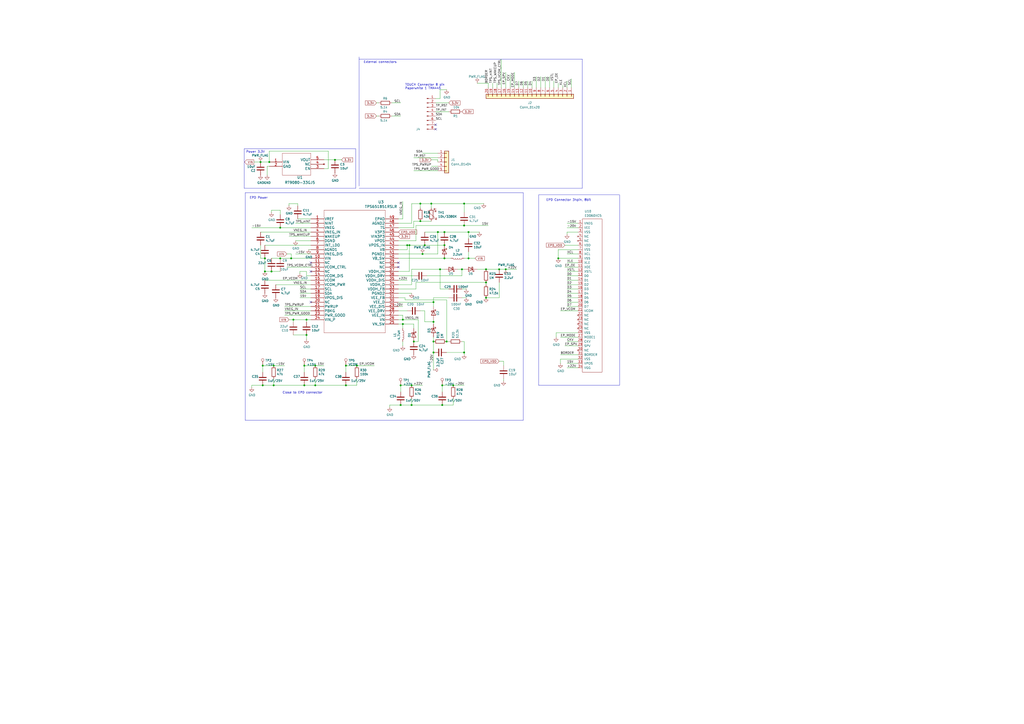
<source format=kicad_sch>
(kicad_sch (version 20231120) (generator "eeschema") (generator_version "8.0")
  (paper "A2")
  (title_block (title "epdiy") (date "2023-10-12") (rev "v7.0~dev") (comment 2 "Heavily inspired by epidy-v7-raw from Fasani Corporation") (comment 5 "Author: Clément N--G"))
  (junction (at 156.21 93.98))
  (junction (at 257.81 142.24))
  (junction (at 194.31 92.71))
  (junction (at 293.37 156.21))
  (junction (at 256.54 223.52))
  (junction (at 240.03 198.12))
  (junction (at 250.19 118.11))
  (junction (at 182.88 223.52))
  (junction (at 233.68 187.96))
  (junction (at 170.18 185.42))
  (junction (at 281.94 156.21))
  (junction (at 162.56 132.08))
  (junction (at 262.89 223.52))
  (junction (at 200.66 212.09))
  (junction (at 259.08 198.12))
  (junction (at 271.78 149.86))
  (junction (at 281.94 163.83))
  (junction (at 152.4 212.09))
  (junction (at 323.85 149.86))
  (junction (at 151.13 93.98))
  (junction (at 182.88 212.09))
  (junction (at 162.56 149.86))
  (junction (at 157.48 157.48))
  (junction (at 251.46 204.47))
  (junction (at 271.78 134.62))
  (junction (at 267.97 156.21))
  (junction (at 289.56 156.21))
  (junction (at 158.75 223.52))
  (junction (at 251.46 175.26))
  (junction (at 243.84 118.11))
  (junction (at 269.24 118.11))
  (junction (at 245.11 147.32))
  (junction (at 256.54 234.95))
  (junction (at 207.01 212.09))
  (junction (at 254 134.62))
  (junction (at 251.46 186.69))
  (junction (at 257.81 134.62))
  (junction (at 152.4 223.52))
  (junction (at 177.8 194.31))
  (junction (at 236.22 142.24))
  (junction (at 238.76 234.95))
  (junction (at 251.46 198.12))
  (junction (at 232.41 223.52))
  (junction (at 176.53 223.52))
  (junction (at 177.8 185.42))
  (junction (at 269.24 204.47))
  (junction (at 238.76 223.52))
  (junction (at 281.94 172.72))
  (junction (at 257.81 149.86))
  (junction (at 269.24 130.81))
  (junction (at 232.41 234.95))
  (junction (at 233.68 185.42))
  (junction (at 200.66 223.52))
  (junction (at 168.91 149.86))
  (junction (at 153.67 157.48))
  (junction (at 153.67 149.86))
  (junction (at 176.53 212.09))
  (junction (at 243.84 128.27))
  (junction (at 237.49 142.24))
  (junction (at 246.38 142.24))
  (junction (at 158.75 212.09))
  (junction (at 255.27 156.21))
  (no_connect (at 231.14 152.4))
  (no_connect (at 252.73 72.39))
  (no_connect (at 180.34 152.4))
  (no_connect (at 180.34 157.48))
  (no_connect (at 231.14 154.94))
  (no_connect (at 180.34 175.26))
  (no_connect (at 252.73 74.93))
  (wire (pts (xy 227.33 67.31) (xy 232.41 67.31)))
  (wire (pts (xy 180.34 144.78) (xy 179.07 144.78)))
  (wire (pts (xy 265.43 156.21) (xy 267.97 156.21)))
  (wire (pts (xy 328.93 46.99) (xy 328.93 50.8)))
  (wire (pts (xy 271.78 146.05) (xy 271.78 149.86)))
  (wire (pts (xy 269.24 223.52) (xy 262.89 223.52)))
  (wire (pts (xy 170.18 185.42) (xy 170.18 186.69)))
  (wire (pts (xy 238.76 165.1) (xy 231.14 165.1)))
  (wire (pts (xy 285.75 48.26) (xy 285.75 50.8)))
  (wire (pts (xy 180.34 132.08) (xy 162.56 132.08)))
  (wire (pts (xy 233.68 187.96) (xy 233.68 190.5)))
  (wire (pts (xy 176.53 223.52) (xy 158.75 223.52)))
  (wire (pts (xy 180.34 170.18) (xy 173.99 170.18)))
  (wire (pts (xy 251.46 204.47) (xy 251.46 214.63)))
  (wire (pts (xy 269.24 204.47) (xy 269.24 205.74)))
  (wire (pts (xy 233.68 127) (xy 231.14 127)))
  (wire (pts (xy 166.37 147.32) (xy 168.91 147.32)))
  (wire (pts (xy 323.85 48.26) (xy 323.85 50.8)))
  (wire (pts (xy 231.14 149.86) (xy 257.81 149.86)))
  (wire (pts (xy 158.75 212.09) (xy 165.1 212.09)))
  (wire (pts (xy 182.88 219.71) (xy 182.88 223.52)))
  (wire (pts (xy 323.85 144.78) (xy 335.28 144.78)))
  (wire (pts (xy 176.53 215.9) (xy 176.53 212.09)))
  (wire (pts (xy 240.03 198.12) (xy 242.57 198.12)))
  (wire (pts (xy 160.02 165.1) (xy 180.34 165.1)))
  (wire (pts (xy 251.46 186.69) (xy 251.46 187.96)))
  (wire (pts (xy 240.03 99.06) (xy 254 99.06)))
  (wire (pts (xy 156.21 96.52) (xy 154.94 96.52)))
  (wire (pts (xy 154.94 96.52) (xy 154.94 101.6)))
  (wire (pts (xy 241.3 130.81) (xy 269.24 130.81)))
  (wire (pts (xy 335.28 193.04) (xy 322.58 193.04)))
  (wire (pts (xy 153.67 142.24) (xy 180.34 142.24)))
  (wire (pts (xy 162.56 149.86) (xy 157.48 149.86)))
  (wire (pts (xy 271.78 138.43) (xy 271.78 134.62)))
  (wire (pts (xy 293.37 41.91) (xy 293.37 50.8)))
  (wire (pts (xy 234.95 172.72) (xy 231.14 172.72)))
  (wire (pts (xy 231.14 160.02) (xy 240.03 160.02)))
  (wire (pts (xy 259.08 173.99) (xy 234.95 173.99)))
  (wire (pts (xy 231.14 144.78) (xy 236.22 144.78)))
  (wire (pts (xy 267.97 156.21) (xy 269.24 156.21)))
  (wire (pts (xy 271.78 149.86) (xy 275.59 149.86)))
  (wire (pts (xy 168.91 147.32) (xy 168.91 149.86)))
  (wire (pts (xy 172.72 118.11) (xy 167.64 118.11)))
  (wire (pts (xy 245.11 147.32) (xy 254 147.32)))
  (wire (pts (xy 231.14 139.7) (xy 241.3 139.7)))
  (wire (pts (xy 218.44 67.31) (xy 219.71 67.31)))
  (wire (pts (xy 256.54 234.95) (xy 262.89 234.95)))
  (wire (pts (xy 157.48 121.92) (xy 157.48 123.19)))
  (wire (pts (xy 217.17 212.09) (xy 207.01 212.09)))
  (wire (pts (xy 238.76 231.14) (xy 238.76 234.95)))
  (wire (pts (xy 173.99 157.48) (xy 173.99 158.75)))
  (wire (pts (xy 238.76 156.21) (xy 238.76 165.1)))
  (wire (pts (xy 260.35 59.69) (xy 252.73 59.69)))
  (wire (pts (xy 170.18 185.42) (xy 177.8 185.42)))
  (wire (pts (xy 250.19 92.71) (xy 254 92.71)))
  (wire (pts (xy 292.1 209.55) (xy 292.1 212.09)))
  (wire (pts (xy 240.03 91.44) (xy 254 91.44)))
  (wire (pts (xy 207.01 219.71) (xy 207.01 223.52)))
  (wire (pts (xy 207.01 223.52) (xy 200.66 223.52)))
  (wire (pts (xy 257.81 134.62) (xy 271.78 134.62)))
  (wire (pts (xy 152.4 212.09) (xy 158.75 212.09)))
  (wire (pts (xy 252.73 64.77) (xy 260.35 64.77)))
  (wire (pts (xy 292.1 220.98) (xy 292.1 219.71)))
  (wire (pts (xy 328.93 213.36) (xy 335.28 213.36)))
  (wire (pts (xy 233.68 182.88) (xy 231.14 182.88)))
  (wire (pts (xy 233.68 127) (xy 233.68 116.84)))
  (wire (pts (xy 331.47 45.72) (xy 331.47 50.8)))
  (wire (pts (xy 237.49 142.24) (xy 246.38 142.24)))
  (polyline (pts (xy 208.28 109.22) (xy 337.82 109.22)))
  (wire (pts (xy 251.46 195.58) (xy 251.46 198.12)))
  (wire (pts (xy 162.56 149.86) (xy 168.91 149.86)))
  (wire (pts (xy 240.03 132.08) (xy 240.03 128.27)))
  (wire (pts (xy 240.03 187.96) (xy 240.03 190.5)))
  (polyline (pts (xy 141.605 109.22) (xy 206.375 109.22)))
  (polyline (pts (xy 337.82 109.22) (xy 337.82 34.29)))
  (wire (pts (xy 238.76 118.11) (xy 243.84 118.11)))
  (wire (pts (xy 276.86 48.26) (xy 283.21 48.26)))
  (wire (pts (xy 289.56 172.72) (xy 289.56 163.83)))
  (wire (pts (xy 232.41 227.33) (xy 232.41 223.52)))
  (wire (pts (xy 328.93 152.4) (xy 335.28 152.4)))
  (wire (pts (xy 311.15 44.45) (xy 311.15 50.8)))
  (wire (pts (xy 177.8 157.48) (xy 173.99 157.48)))
  (wire (pts (xy 227.33 59.69) (xy 232.41 59.69)))
  (wire (pts (xy 326.39 49.53) (xy 326.39 50.8)))
  (wire (pts (xy 190.5 97.79) (xy 190.5 87.63)))
  (wire (pts (xy 171.45 129.54) (xy 180.34 129.54)))
  (wire (pts (xy 238.76 223.52) (xy 245.11 223.52)))
  (wire (pts (xy 290.83 34.29) (xy 290.83 50.8)))
  (wire (pts (xy 162.56 124.46) (xy 162.56 121.92)))
  (wire (pts (xy 243.84 180.34) (xy 246.38 180.34)))
  (wire (pts (xy 231.14 177.8) (xy 233.68 177.8)))
  (wire (pts (xy 151.13 134.62) (xy 180.34 134.62)))
  (wire (pts (xy 245.11 88.9) (xy 254 88.9)))
  (wire (pts (xy 238.76 170.18) (xy 231.14 170.18)))
  (wire (pts (xy 283.21 48.26) (xy 283.21 50.8)))
  (wire (pts (xy 190.5 87.63) (xy 156.21 87.63)))
  (wire (pts (xy 236.22 180.34) (xy 231.14 180.34)))
  (wire (pts (xy 327.66 142.24) (xy 335.28 142.24)))
  (wire (pts (xy 328.93 157.48) (xy 335.28 157.48)))
  (wire (pts (xy 158.75 219.71) (xy 158.75 223.52)))
  (wire (pts (xy 325.12 195.58) (xy 335.28 195.58)))
  (polyline (pts (xy 142.24 243.84) (xy 303.53 243.84)))
  (wire (pts (xy 162.56 157.48) (xy 157.48 157.48)))
  (wire (pts (xy 335.28 208.28) (xy 325.12 208.28)))
  (wire (pts (xy 146.05 132.08) (xy 162.56 132.08)))
  (wire (pts (xy 281.94 172.72) (xy 289.56 172.72)))
  (wire (pts (xy 250.19 118.11) (xy 269.24 118.11)))
  (wire (pts (xy 146.05 223.52) (xy 146.05 224.79)))
  (wire (pts (xy 157.48 157.48) (xy 153.67 157.48)))
  (wire (pts (xy 328.93 162.56) (xy 335.28 162.56)))
  (wire (pts (xy 187.96 97.79) (xy 190.5 97.79)))
  (wire (pts (xy 259.08 198.12) (xy 260.35 198.12)))
  (wire (pts (xy 328.93 165.1) (xy 335.28 165.1)))
  (wire (pts (xy 328.93 147.32) (xy 335.28 147.32)))
  (polyline (pts (xy 208.28 34.29) (xy 337.82 34.29)))
  (wire (pts (xy 251.46 198.12) (xy 251.46 204.47)))
  (wire (pts (xy 180.34 139.7) (xy 171.45 139.7)))
  (wire (pts (xy 165.1 177.8) (xy 180.34 177.8)))
  (wire (pts (xy 306.07 50.8) (xy 306.07 46.99)))
  (wire (pts (xy 269.24 118.11) (xy 280.67 118.11)))
  (wire (pts (xy 231.14 142.24) (xy 236.22 142.24)))
  (wire (pts (xy 226.06 234.95) (xy 226.06 236.22)))
  (polyline (pts (xy 142.24 111.76) (xy 303.53 111.76)))
  (wire (pts (xy 313.69 44.45) (xy 313.69 50.8)))
  (wire (pts (xy 152.4 223.52) (xy 146.05 223.52)))
  (wire (pts (xy 269.24 149.86) (xy 271.78 149.86)))
  (wire (pts (xy 325.12 205.74) (xy 335.28 205.74)))
  (wire (pts (xy 251.46 175.26) (xy 251.46 172.72)))
  (wire (pts (xy 151.13 149.86) (xy 153.67 149.86)))
  (wire (pts (xy 233.68 187.96) (xy 240.03 187.96)))
  (wire (pts (xy 256.54 223.52) (xy 262.89 223.52)))
  (wire (pts (xy 165.1 180.34) (xy 180.34 180.34)))
  (wire (pts (xy 308.61 50.8) (xy 308.61 46.99)))
  (wire (pts (xy 281.94 163.83) (xy 281.94 165.1)))
  (wire (pts (xy 231.14 167.64) (xy 241.3 167.64)))
  (wire (pts (xy 254 134.62) (xy 257.81 134.62)))
  (wire (pts (xy 241.3 167.64) (xy 241.3 163.83)))
  (polyline (pts (xy 142.24 111.76) (xy 142.24 243.84)))
  (wire (pts (xy 242.57 198.12) (xy 242.57 185.42)))
  (wire (pts (xy 151.13 93.98) (xy 156.21 93.98)))
  (wire (pts (xy 234.95 173.99) (xy 234.95 172.72)))
  (wire (pts (xy 321.31 46.99) (xy 321.31 50.8)))
  (wire (pts (xy 328.93 177.8) (xy 335.28 177.8)))
  (wire (pts (xy 254 92.71) (xy 254 93.98)))
  (wire (pts (xy 289.56 156.21) (xy 293.37 156.21)))
  (polyline (pts (xy 303.53 243.84) (xy 303.53 111.76)))
  (wire (pts (xy 328.93 160.02) (xy 335.28 160.02)))
  (wire (pts (xy 281.94 156.21) (xy 289.56 156.21)))
  (wire (pts (xy 262.89 234.95) (xy 262.89 231.14)))
  (wire (pts (xy 180.34 154.94) (xy 166.37 154.94)))
  (polyline (pts (xy 208.28 33.02) (xy 208.28 107.95)))
  (wire (pts (xy 167.64 118.11) (xy 167.64 119.38)))
  (wire (pts (xy 267.97 160.02) (xy 267.97 156.21)))
  (wire (pts (xy 194.31 92.71) (xy 198.12 92.71)))
  (wire (pts (xy 238.76 156.21) (xy 255.27 156.21)))
  (wire (pts (xy 250.19 120.65) (xy 250.19 118.11)))
  (wire (pts (xy 254 147.32) (xy 254 134.62)))
  (wire (pts (xy 241.3 130.81) (xy 241.3 139.7)))
  (wire (pts (xy 233.68 200.66) (xy 233.68 198.12)))
  (wire (pts (xy 176.53 212.09) (xy 182.88 212.09)))
  (wire (pts (xy 168.91 149.86) (xy 180.34 149.86)))
  (wire (pts (xy 243.84 118.11) (xy 250.19 118.11)))
  (wire (pts (xy 251.46 175.26) (xy 251.46 177.8)))
  (wire (pts (xy 231.14 175.26) (xy 251.46 175.26)))
  (wire (pts (xy 267.97 172.72) (xy 270.51 172.72)))
  (wire (pts (xy 180.34 137.16) (xy 167.64 137.16)))
  (wire (pts (xy 251.46 185.42) (xy 251.46 186.69)))
  (wire (pts (xy 255.27 52.07) (xy 259.08 52.07)))
  (wire (pts (xy 237.49 157.48) (xy 231.14 157.48)))
  (wire (pts (xy 200.66 223.52) (xy 182.88 223.52)))
  (wire (pts (xy 293.37 156.21) (xy 299.72 156.21)))
  (wire (pts (xy 232.41 223.52) (xy 238.76 223.52)))
  (wire (pts (xy 298.45 41.91) (xy 298.45 50.8)))
  (wire (pts (xy 323.85 149.86) (xy 335.28 149.86)))
  (wire (pts (xy 236.22 142.24) (xy 237.49 142.24)))
  (wire (pts (xy 335.28 129.54) (xy 328.93 129.54)))
  (wire (pts (xy 241.3 163.83) (xy 281.94 163.83)))
  (wire (pts (xy 276.86 156.21) (xy 281.94 156.21)))
  (wire (pts (xy 173.99 167.64) (xy 180.34 167.64)))
  (wire (pts (xy 267.97 167.64) (xy 270.51 167.64)))
  (wire (pts (xy 246.38 186.69) (xy 251.46 186.69)))
  (wire (pts (xy 153.67 157.48) (xy 153.67 149.86)))
  (wire (pts (xy 243.84 128.27) (xy 250.19 128.27)))
  (wire (pts (xy 295.91 43.18) (xy 295.91 50.8)))
  (wire (pts (xy 218.44 59.69) (xy 219.71 59.69)))
  (wire (pts (xy 151.13 142.24) (xy 151.13 149.86)))
  (wire (pts (xy 259.08 198.12) (xy 259.08 173.99)))
  (wire (pts (xy 322.58 193.04) (xy 322.58 195.58)))
  (wire (pts (xy 177.8 196.85) (xy 177.8 194.31)))
  (wire (pts (xy 328.93 175.26) (xy 335.28 175.26)))
  (wire (pts (xy 246.38 142.24) (xy 257.81 142.24)))
  (wire (pts (xy 233.68 185.42) (xy 233.68 182.88)))
  (wire (pts (xy 335.28 134.62) (xy 328.93 134.62)))
  (wire (pts (xy 300.99 50.8) (xy 300.99 46.99)))
  (wire (pts (xy 156.21 87.63) (xy 156.21 93.98)))
  (wire (pts (xy 187.96 92.71) (xy 194.31 92.71)))
  (wire (pts (xy 180.34 127) (xy 172.72 127)))
  (wire (pts (xy 255.27 167.64) (xy 260.35 167.64)))
  (wire (pts (xy 243.84 120.65) (xy 243.84 118.11)))
  (wire (pts (xy 271.78 134.62) (xy 278.13 134.62)))
  (wire (pts (xy 233.68 185.42) (xy 231.14 185.42)))
  (wire (pts (xy 251.46 172.72) (xy 260.35 172.72)))
  (wire (pts (xy 254 134.62) (xy 246.38 134.62)))
  (wire (pts (xy 177.8 185.42) (xy 177.8 186.69)))
  (wire (pts (xy 153.67 162.56) (xy 180.34 162.56)))
  (wire (pts (xy 147.32 93.98) (xy 151.13 93.98)))
  (wire (pts (xy 288.29 48.26) (xy 288.29 50.8)))
  (wire (pts (xy 250.19 96.52) (xy 254 96.52)))
  (wire (pts (xy 316.23 44.45) (xy 316.23 50.8)))
  (wire (pts (xy 325.12 208.28) (xy 325.12 210.82)))
  (wire (pts (xy 327.66 154.94) (xy 335.28 154.94)))
  (wire (pts (xy 238.76 234.95) (xy 256.54 234.95)))
  (wire (pts (xy 328.93 198.12) (xy 335.28 198.12)))
  (wire (pts (xy 328.93 167.64) (xy 335.28 167.64)))
  (wire (pts (xy 152.4 215.9) (xy 152.4 212.09)))
  (wire (pts (xy 182.88 212.09) (xy 187.96 212.09)))
  (wire (pts (xy 255.27 156.21) (xy 257.81 156.21)))
  (wire (pts (xy 318.77 44.45) (xy 318.77 50.8)))
  (wire (pts (xy 167.64 185.42) (xy 170.18 185.42)))
  (wire (pts (xy 232.41 234.95) (xy 226.06 234.95)))
  (wire (pts (xy 180.34 172.72) (xy 173.99 172.72)))
  (wire (pts (xy 172.72 119.38) (xy 172.72 118.11)))
  (wire (pts (xy 165.1 182.88) (xy 180.34 182.88)))
  (wire (pts (xy 289.56 209.55) (xy 292.1 209.55)))
  (wire (pts (xy 231.14 129.54) (xy 238.76 129.54)))
  (polyline (pts (xy 141.605 86.36) (xy 206.375 86.36)))
  (wire (pts (xy 267.97 198.12) (xy 269.24 198.12)))
  (wire (pts (xy 246.38 180.34) (xy 246.38 186.69)))
  (wire (pts (xy 252.73 57.15) (xy 255.27 57.15)))
  (wire (pts (xy 158.75 223.52) (xy 152.4 223.52)))
  (wire (pts (xy 231.14 132.08) (xy 240.03 132.08)))
  (wire (pts (xy 328.93 172.72) (xy 335.28 172.72)))
  (wire (pts (xy 255.27 57.15) (xy 255.27 52.07)))
  (wire (pts (xy 242.57 185.42) (xy 233.68 185.42)))
  (wire (pts (xy 303.53 50.8) (xy 303.53 46.99)))
  (wire (pts (xy 162.56 121.92) (xy 157.48 121.92)))
  (wire (pts (xy 180.34 185.42) (xy 177.8 185.42)))
  (wire (pts (xy 240.03 128.27) (xy 243.84 128.27)))
  (polyline (pts (xy 141.605 109.22) (xy 141.605 86.36)))
  (wire (pts (xy 256.54 227.33) (xy 256.54 223.52)))
  (wire (pts (xy 257.81 149.86) (xy 261.62 149.86)))
  (wire (pts (xy 180.34 147.32) (xy 171.45 147.32)))
  (wire (pts (xy 328.93 134.62) (xy 328.93 135.89)))
  (wire (pts (xy 328.93 170.18) (xy 335.28 170.18)))
  (wire (pts (xy 269.24 123.19) (xy 269.24 118.11)))
  (wire (pts (xy 207.01 212.09) (xy 200.66 212.09)))
  (wire (pts (xy 236.22 162.56) (xy 231.14 162.56)))
  (wire (pts (xy 255.27 156.21) (xy 255.27 167.64)))
  (wire (pts (xy 236.22 144.78) (xy 236.22 142.24)))
  (wire (pts (xy 180.34 160.02) (xy 177.8 160.02)))
  (wire (pts (xy 177.8 160.02) (xy 177.8 157.48)))
  (wire (pts (xy 232.41 234.95) (xy 238.76 234.95)))
  (wire (pts (xy 259.08 204.47) (xy 269.24 204.47)))
  (wire (pts (xy 237.49 142.24) (xy 237.49 157.48)))
  (wire (pts (xy 170.18 194.31) (xy 177.8 194.31)))
  (polyline (pts (xy 206.375 109.22) (xy 206.375 86.36)))
  (wire (pts (xy 247.65 160.02) (xy 267.97 160.02)))
  (wire (pts (xy 231.14 147.32) (xy 245.11 147.32)))
  (wire (pts (xy 269.24 130.81) (xy 283.21 130.81)))
  (wire (pts (xy 269.24 198.12) (xy 269.24 204.47)))
  (wire (pts (xy 328.93 132.08) (xy 335.28 132.08)))
  (wire (pts (xy 323.85 149.86) (xy 323.85 144.78)))
  (wire (pts (xy 325.12 180.34) (xy 335.28 180.34)))
  (wire (pts (xy 231.14 187.96) (xy 233.68 187.96)))
  (wire (pts (xy 328.93 210.82) (xy 335.28 210.82)))
  (wire (pts (xy 238.76 129.54) (xy 238.76 118.11)))
  (wire (pts (xy 327.66 200.66) (xy 335.28 200.66)))
  (wire (pts (xy 200.66 212.09) (xy 200.66 215.9)))
  (wire (pts (xy 182.88 223.52) (xy 176.53 223.52)))
  (rectangle (start 312.42 113.03) (end 359.41 223.52))
  (text "EPD Power" (at 144.78 115.57 0) (effects (font (size 1.27 1.27)) (justify left bottom)))
  (text "External connectors" (at 210.82 36.83 0) (effects (font (size 1.27 1.27)) (justify left bottom)))
  (text "Power 3.3V" (at 142.748 88.9 0) (effects (font (size 1.27 1.27)) (justify left bottom)))
  (text "EPD Connector 34pin, 8bit" (at 316.865 116.84 0) (effects (font (size 1.27 1.27)) (justify left bottom)))
  (text "TOUCH Connector 8 pin\nPaperwhite 1 TMA445" (at 234.95 52.07 0) (effects (font (size 1.27 1.27)) (justify left bottom)))
  (text "Close to EPD connector" (at 163.83 228.6 0) (effects (font (size 1.27 1.27)) (justify left bottom)))
  (label "D0" (at 318.77 44.45 270))
  (label "TPS_PWRUP" (at 250.19 96.52 180))
  (label "TPS_nINT" (at 171.45 129.54 0))
  (label "BORDER" (at 283.21 48.26 90))
  (label "D6" (at 328.93 175.26 0))
  (label "EP_MODE" (at 325.12 195.58 0))
  (label "SDA" (at 245.11 88.9 180))
  (label "D5" (at 328.93 172.72 0))
  (label "VNEG_IN" (at 233.68 116.84 270))
  (label "D7" (at 300.99 46.99 270))
  (label "D3" (at 328.93 167.64 0))
  (label "15V" (at 173.99 172.72 0))
  (label "BORDER" (at 325.12 205.74 0))
  (label "TPS_VCOM_CTRL" (at 166.37 154.94 0))
  (label "EP_OE" (at 323.85 48.26 90))
  (label "SCL" (at 331.47 45.72 270))
  (label "D4" (at 328.93 170.18 0))
  (label "SDA" (at 173.99 170.18 0))
  (label "15V" (at 283.21 130.81 180))
  (label "EP_OE" (at 327.66 154.94 0))
  (label "+22V" (at 245.11 223.52 180))
  (label "TPS_PWRUP" (at 165.1 177.8 0))
  (label "SCL" (at 173.99 167.64 0))
  (label "EP_MODE" (at 298.45 41.91 270))
  (label "SCL" (at 252.73 69.85 0))
  (label "+22V" (at 299.72 156.21 180))
  (label "XCL" (at 328.93 46.99 270))
  (label "D4" (at 308.61 46.99 270))
  (label "15V" (at 187.96 212.09 180))
  (label "-20V" (at 269.24 223.52 180))
  (label "D3" (at 311.15 44.45 270))
  (label "D1" (at 316.23 44.45 270))
  (label "VNEG_IN" (at 170.18 134.62 0))
  (label "EP_SPV" (at 293.37 41.91 270))
  (label "SCL" (at 232.41 59.69 180))
  (label "-15V" (at 171.45 147.32 0))
  (label "TP_RST" (at 252.73 62.23 0))
  (label "SDA" (at 232.41 67.31 180))
  (label "D5" (at 306.07 46.99 270))
  (label "TPS_WAKEUP" (at 167.64 137.16 0))
  (label "-20V" (at 233.68 177.8 180))
  (label "EP_VCOM" (at 172.72 162.56 180))
  (label "D2" (at 313.69 44.45 270))
  (label "XSTL" (at 321.31 46.99 90))
  (label "+22V" (at 328.93 213.36 0))
  (label "VNEG_IN" (at 165.1 180.34 0))
  (label "XCL" (at 328.93 147.32 0))
  (label "D7" (at 328.93 177.8 0))
  (label "-20V" (at 251.46 210.82 90))
  (label "VNEG_IN" (at 234.95 185.42 0))
  (label "TPS_WAKEUP" (at 288.29 48.26 90))
  (label "CKV" (at 295.91 43.18 270))
  (label "XLE" (at 328.93 152.4 0))
  (label "D2" (at 328.93 165.1 0))
  (label "TPS_nINT" (at 285.75 48.26 90))
  (label "D1" (at 328.93 162.56 0))
  (label "D0" (at 328.93 160.02 0))
  (label "+22V" (at 236.22 162.56 180))
  (label "-15V" (at 328.93 129.54 0))
  (label "-20V" (at 328.93 132.08 0))
  (label "EP_VCOM" (at 217.17 212.09 180))
  (label "-15V" (at 146.05 132.08 0))
  (label "XSTL" (at 328.93 157.48 0))
  (label "TPS_VCOM_CTRL" (at 290.83 34.29 270))
  (label "TPS_PWR_GOOD" (at 165.1 182.88 0))
  (label "EP_VCOM" (at 325.12 180.34 0))
  (label "TP_INT" (at 252.73 64.77 0))
  (label "15V" (at 328.93 210.82 0))
  (label "VNEG_IN" (at 170.18 165.1 0))
  (label "-15V" (at 165.1 212.09 180))
  (label "TP_RST" (at 240.03 91.44 0))
  (label "D6" (at 303.53 46.99 270))
  (label "TPS_PWR_GOOD" (at 240.03 99.06 0))
  (label "EP_SPV" (at 327.66 200.66 0))
  (label "XLE" (at 326.39 49.53 90))
  (label "SDA" (at 252.73 67.31 0))
  (label "CKV" (at 328.93 198.12 0))
  (global_label "EPD_VDD" (shape input) (at 289.56 209.55 180) (property "Intersheetrefs" "${INTERSHEET_REFS}" (effects (hide yes))) (property "Referenzen zwischen Schaltplänen" "${INTERSHEET_REFS}" (effects (hide yes))))
  (global_label "VIN" (shape input) (at 275.59 149.86 0) (property "Intersheetrefs" "${INTERSHEET_REFS}" (effects (hide yes))) (property "Referenzen zwischen Schaltplänen" "${INTERSHEET_REFS}" (effects (hide yes))))
  (global_label "VIN" (shape input) (at 166.37 147.32 180) (property "Intersheetrefs" "${INTERSHEET_REFS}" (effects (hide yes))) (property "Referenzen zwischen Schaltplänen" "${INTERSHEET_REFS}" (effects (hide yes))))
  (global_label "EPD_VDD" (shape input) (at 231.14 134.62 0) (property "Intersheetrefs" "${INTERSHEET_REFS}" (effects (hide yes))) (property "Referenzen zwischen Schaltplänen" "${INTERSHEET_REFS}" (effects (hide yes))))
  (global_label "3.3V" (shape input) (at 231.14 137.16 0) (property "Intersheetrefs" "${INTERSHEET_REFS}" (effects (hide yes))) (property "Referenzen zwischen Schaltplänen" "${INTERSHEET_REFS}" (effects (hide yes))))
  (global_label "3.3V" (shape input) (at 218.44 59.69 180) (property "Intersheetrefs" "${INTERSHEET_REFS}" (effects (hide yes))) (property "Referenzen zwischen Schaltplänen" "${INTERSHEET_REFS}" (effects (hide yes))))
  (global_label "VIN" (shape output) (at 147.32 93.98 180) (property "Intersheetrefs" "${INTERSHEET_REFS}" (effects (hide yes))) (property "Referenzen zwischen Schaltplänen" "${INTERSHEET_REFS}" (effects (hide yes))))
  (global_label "3.3V" (shape input) (at 267.97 64.77 0) (property "Intersheetrefs" "${INTERSHEET_REFS}" (effects (hide yes))) (property "Referenzen zwischen Schaltplänen" "${INTERSHEET_REFS}" (effects (hide yes))))
  (global_label "VIN" (shape input) (at 167.64 185.42 180) (property "Intersheetrefs" "${INTERSHEET_REFS}" (effects (hide yes))) (property "Referenzen zwischen Schaltplänen" "${INTERSHEET_REFS}" (effects (hide yes))))
  (global_label "3.3V" (shape input) (at 198.12 92.71 0) (property "Intersheetrefs" "${INTERSHEET_REFS}" (effects (hide yes))) (property "Referenzen zwischen Schaltplänen" "${INTERSHEET_REFS}" (effects (hide yes))))
  (global_label "3.3V" (shape input) (at 218.44 67.31 180) (property "Intersheetrefs" "${INTERSHEET_REFS}" (effects (hide yes))) (property "Referenzen zwischen Schaltplänen" "${INTERSHEET_REFS}" (effects (hide yes))))
  (global_label "EPD_VDD" (shape input) (at 327.66 142.24 180) (property "Intersheetrefs" "${INTERSHEET_REFS}" (effects (hide yes))) (property "Referenzen zwischen Schaltplänen" "${INTERSHEET_REFS}" (effects (hide yes))))
  (global_label "3.3V" (shape input) (at 260.35 59.69 0) (property "Intersheetrefs" "${INTERSHEET_REFS}" (effects (hide yes))) (property "Referenzen zwischen Schaltplänen" "${INTERSHEET_REFS}" (effects (hide yes))))
  (global_label "3.3V" (shape input) (at 250.19 92.71 180) (property "Intersheetrefs" "${INTERSHEET_REFS}" (effects (hide yes))) (property "Referenzen zwischen Schaltplänen" "${INTERSHEET_REFS}" (effects (hide yes))))
  (symbol (lib_id "Device:C") (at 151.13 97.79 0) (unit 1)
    (property "Reference" "C2" (at 148.209 98.9584 0) (effects (justify right)))
    (property "Value" "10uF" (at 148.209 96.647 0) (effects (justify right)))
    (property "Footprint" "Capacitor_SMD:C_0805_2012Metric" (effects (hide yes)))
    (property "LCSC" "C15850" (effects (hide yes)))
  )
  (symbol (lib_id "Device:C") (at 194.31 96.52 180) (unit 1)
    (property "Reference" "C3" (at 197.231 95.3516 0) (effects (justify right)))
    (property "Value" "10uF" (at 197.231 97.663 0) (effects (justify right)))
    (property "Footprint" "Capacitor_SMD:C_0805_2012Metric" (effects (hide yes)))
    (property "LCSC" "C15850" (effects (hide yes)))
  )
  (symbol (lib_id "epdiy:TPS651851RSLR") (at 180.34 127 0) (unit 1)
    (property "Reference" "U3" (at 220.98 117.1702 0) (effects (font (size 1.524 1.524))))
    (property "Value" "TPS651851RSLR" (at 220.98 119.8626 0) (effects (font (size 1.524 1.524))))
    (property "Footprint" "epaper-breakout:TPS651851RSLR" (effects (hide yes)))
    (property "LCSC" "C139292" (effects (hide yes)))
  )
  (symbol (lib_id "Device:L") (at 265.43 149.86 270) (unit 1)
    (property "Reference" "L2" (at 265.43 145.2626 90))
    (property "Value" "2.2uH" (at 265.43 147.574 90))
    (property "Footprint" "Inductor_SMD:L_Taiyo-Yuden_NR-40xx_HandSoldering" (effects (hide yes)))
    (property "LCSC" "C92959" (effects (hide yes)))
  )
  (symbol (lib_id "Diode:MBR0540") (at 257.81 146.05 270) (unit 1)
    (property "Reference" "D4" (at 261.62 143.51 90))
    (property "Value" "MBR0540" (effects (hide yes)))
    (property "Footprint" "Diode_SMD:D_SOD-123" (effects (hide yes)))
    (property "Datasheet" "http://www.mccsemi.com/up_pdf/MBR0520~MBR0580(SOD123).pdf" (effects (hide yes)))
    (property "LCSC" "C21353" (effects (hide yes)))
  )
  (symbol (lib_id "power:GND") (at 278.13 134.62 0) (unit 1)
    (property "Reference" "#PWR0101" (effects (hide yes)))
    (property "Value" "GND" (at 274.32 137.16 0))
    (property "Description" "Power symbol creates a global label with name \"GND\" , ground" (effects (hide yes)))
  )
  (symbol (lib_id "Device:C") (at 271.78 142.24 0) (unit 1)
    (property "Reference" "C32" (at 274.701 141.0716 0) (effects (justify left)))
    (property "Value" "10uF" (at 274.701 143.383 0) (effects (justify left)))
    (property "Footprint" "Capacitor_SMD:C_0805_2012Metric" (effects (hide yes)))
    (property "LCSC" "C15850" (effects (hide yes)))
  )
  (symbol (lib_id "Diode:MBR0540") (at 261.62 156.21 180) (unit 1)
    (property "Reference" "D5" (at 261.62 158.75 0))
    (property "Value" "MBR0540" (effects (hide yes)))
    (property "Footprint" "Diode_SMD:D_SOD-123" (effects (hide yes)))
    (property "Datasheet" "http://www.mccsemi.com/up_pdf/MBR0520~MBR0580(SOD123).pdf" (effects (hide yes)))
    (property "LCSC" "C21353" (effects (hide yes)))
  )
  (symbol (lib_id "Diode:MBR0540") (at 273.05 156.21 180) (unit 1)
    (property "Reference" "D6" (at 273.05 158.75 0))
    (property "Value" "MBR0540" (effects (hide yes)))
    (property "Footprint" "Diode_SMD:D_SOD-123" (effects (hide yes)))
    (property "Datasheet" "http://www.mccsemi.com/up_pdf/MBR0520~MBR0580(SOD123).pdf" (effects (hide yes)))
    (property "LCSC" "C21353" (effects (hide yes)))
  )
  (symbol (lib_id "Device:C") (at 264.16 167.64 270) (unit 1)
    (property "Reference" "C29" (at 261.62 166.37 90) (effects (justify right)))
    (property "Value" "100nF" (at 271.78 166.37 90) (effects (justify right)))
    (property "Footprint" "Capacitor_SMD:C_0805_2012Metric" (effects (hide yes)))
    (property "LCSC" "C49678" (effects (hide yes)))
  )
  (symbol (lib_id "Device:C") (at 243.84 160.02 270) (unit 1)
    (property "Reference" "C25" (at 242.57 162.56 90) (effects (justify right)))
    (property "Value" "10nF" (at 248.92 162.56 90) (effects (justify right)))
    (property "Footprint" "Capacitor_SMD:C_0805_2012Metric" (effects (hide yes)))
    (property "LCSC" "C1710" (effects (hide yes)))
  )
  (symbol (lib_id "Device:R") (at 281.94 168.91 0) (unit 1)
    (property "Reference" "R24" (at 283.718 167.7416 0) (effects (justify left)))
    (property "Value" "47.5k" (at 283.718 170.053 0) (effects (justify left)))
    (property "Footprint" "Resistor_SMD:R_0603_1608Metric" (effects (hide yes)))
    (property "LCSC" "C25819" (effects (hide yes)))
  )
  (symbol (lib_id "Device:R") (at 281.94 160.02 0) (unit 1)
    (property "Reference" "R23" (at 283.718 158.8516 0) (effects (justify left)))
    (property "Value" "1M" (at 283.718 161.163 0) (effects (justify left)))
    (property "Footprint" "Resistor_SMD:R_0603_1608Metric" (effects (hide yes)))
    (property "LCSC" "C22935" (effects (hide yes)))
  )
  (symbol (lib_id "Device:C") (at 257.81 138.43 0) (unit 1)
    (property "Reference" "C28" (at 260.731 137.2616 0) (effects (justify left)))
    (property "Value" "4.7uF" (at 260.731 139.573 0) (effects (justify left)))
    (property "Footprint" "Capacitor_SMD:C_0805_2012Metric" (effects (hide yes)))
    (property "LCSC" "C1779" (effects (hide yes)))
  )
  (symbol (lib_id "Connector:TestPoint") (at 232.41 223.52 0) (unit 1) (in_bom no)
    (property "Reference" "TP1" (at 233.8832 220.5228 0) (effects (justify left)))
    (property "Value" "+22V" (at 233.8832 222.8342 0) (effects (justify left)))
    (property "Footprint" "TestPoint:TestPoint_Pad_D2.5mm" (effects (hide yes)))
  )
  (symbol (lib_id "Connector:TestPoint") (at 256.54 223.52 0) (unit 1) (in_bom no)
    (property "Reference" "TP3" (at 258.0132 220.5228 0) (effects (justify left)))
    (property "Value" "-20V" (at 258.0132 222.8342 0) (effects (justify left)))
    (property "Footprint" "TestPoint:TestPoint_Pad_D2.5mm" (effects (hide yes)))
  )
  (symbol (lib_id "Device:C") (at 289.56 160.02 0) (unit 1)
    (property "Reference" "C33" (at 292.481 158.8516 0) (effects (justify left)))
    (property "Value" "2.2uF" (at 292.481 161.163 0) (effects (justify left)))
    (property "Footprint" "Capacitor_SMD:C_0805_2012Metric" (effects (hide yes)))
    (property "LCSC" "C49217" (effects (hide yes)))
  )
  (symbol (lib_id "Connector:TestPoint") (at 152.4 212.09 0) (unit 1) (in_bom no)
    (property "Reference" "TP2" (at 153.8732 209.0928 0) (effects (justify left)))
    (property "Value" "-15V" (at 153.8732 211.4042 0) (effects (justify left)))
    (property "Footprint" "TestPoint:TestPoint_Pad_D2.5mm" (effects (hide yes)))
  )
  (symbol (lib_id "Connector:TestPoint") (at 176.53 212.09 0) (unit 1) (in_bom no)
    (property "Reference" "TP4" (at 178.0032 209.0928 0) (effects (justify left)))
    (property "Value" "+15V" (at 178.0032 211.4042 0) (effects (justify left)))
    (property "Footprint" "TestPoint:TestPoint_Pad_D2.5mm" (effects (hide yes)))
  )
  (symbol (lib_id "Connector:TestPoint") (at 200.66 212.09 0) (unit 1) (in_bom no)
    (property "Reference" "TP5" (at 202.1332 209.0928 0) (effects (justify left)))
    (property "Value" "VCOM" (at 202.1332 211.4042 0) (effects (justify left)))
    (property "Footprint" "TestPoint:TestPoint_Pad_D2.5mm" (effects (hide yes)))
  )
  (symbol (lib_id "power:GND") (at 281.94 172.72 0) (unit 1)
    (property "Reference" "#PWR0102" (effects (hide yes)))
    (property "Value" "GND" (at 278.13 175.26 0))
    (property "Description" "Power symbol creates a global label with name \"GND\" , ground" (effects (hide yes)))
  )
  (symbol (lib_id "Device:C") (at 246.38 138.43 0) (unit 1)
    (property "Reference" "C26" (at 249.301 137.2616 0) (effects (justify left)))
    (property "Value" "4.7uF" (at 249.301 139.573 0) (effects (justify left)))
    (property "Footprint" "Capacitor_SMD:C_0805_2012Metric" (effects (hide yes)))
    (property "LCSC" "C1779" (effects (hide yes)))
  )
  (symbol (lib_id "Device:C") (at 269.24 127 0) (unit 1)
    (property "Reference" "C31" (at 272.161 125.8316 0) (effects (justify left)))
    (property "Value" "4.7uF" (at 272.161 128.143 0) (effects (justify left)))
    (property "Footprint" "Capacitor_SMD:C_0805_2012Metric" (effects (hide yes)))
    (property "LCSC" "C1779" (effects (hide yes)))
  )
  (symbol (lib_id "Device:Thermistor_NTC") (at 250.19 124.46 180) (unit 1)
    (property "Reference" "TH1" (at 254.0508 123.2916 0) (effects (justify right)))
    (property "Value" "10k/3380K" (at 254.0508 125.603 0) (effects (justify right)))
    (property "Footprint" "Resistor_SMD:R_0603_1608Metric" (effects (hide yes)))
    (property "LCSC" "C76589" (effects (hide yes)))
  )
  (symbol (lib_id "Device:R") (at 243.84 124.46 0) (unit 1)
    (property "Reference" "R18" (at 245.618 123.2916 0) (effects (justify left)))
    (property "Value" "43k" (at 245.618 125.603 0) (effects (justify left)))
    (property "Footprint" "Resistor_SMD:R_0603_1608Metric" (effects (hide yes)))
    (property "LCSC" "C23172" (effects (hide yes)))
  )
  (symbol (lib_id "power:GND") (at 280.67 118.11 0) (unit 1)
    (property "Reference" "#PWR0104" (effects (hide yes)))
    (property "Value" "GND" (at 276.86 120.65 0))
    (property "Description" "Power symbol creates a global label with name \"GND\" , ground" (effects (hide yes)))
  )
  (symbol (lib_id "Device:C") (at 162.56 153.67 0) (unit 1)
    (property "Reference" "C9" (at 163.83 151.13 0) (effects (justify left)))
    (property "Value" "10uF" (at 162.56 156.21 0) (effects (justify left)))
    (property "Footprint" "Capacitor_SMD:C_0805_2012Metric" (effects (hide yes)))
    (property "LCSC" "C15850" (effects (hide yes)))
  )
  (symbol (lib_id "Device:C") (at 153.67 166.37 180) (unit 1)
    (property "Reference" "C5" (at 150.749 167.5384 0) (effects (justify left)))
    (property "Value" "4.7uF" (at 150.749 165.227 0) (effects (justify left)))
    (property "Footprint" "Capacitor_SMD:C_0805_2012Metric" (effects (hide yes)))
    (property "LCSC" "C1779" (effects (hide yes)))
  )
  (symbol (lib_id "Device:C") (at 177.8 190.5 0) (unit 1)
    (property "Reference" "C12" (at 180.721 189.3316 0) (effects (justify left)))
    (property "Value" "10uF" (at 180.721 191.643 0) (effects (justify left)))
    (property "Footprint" "Capacitor_SMD:C_0805_2012Metric" (effects (hide yes)))
    (property "LCSC" "C15850" (effects (hide yes)))
  )
  (symbol (lib_id "Device:L") (at 233.68 194.31 0) (unit 1)
    (property "Reference" "L1" (at 229.0826 194.31 90))
    (property "Value" "4.7uH" (at 231.394 194.31 90))
    (property "Footprint" "Inductor_SMD:L_Taiyo-Yuden_NR-50xx_HandSoldering" (effects (hide yes)))
    (property "LCSC" "C222947" (effects (hide yes)))
  )
  (symbol (lib_id "power:GND") (at 233.68 200.66 0) (unit 1)
    (property "Reference" "#PWR0105" (effects (hide yes)))
    (property "Value" "GND" (at 229.87 203.2 0))
    (property "Description" "Power symbol creates a global label with name \"GND\" , ground" (effects (hide yes)))
  )
  (symbol (lib_id "Diode:MBR0540") (at 240.03 194.31 270) (unit 1)
    (property "Reference" "D1" (at 237.49 194.31 0))
    (property "Value" "MBR0540" (effects (hide yes)))
    (property "Footprint" "Diode_SMD:D_SOD-123" (effects (hide yes)))
    (property "Datasheet" "http://www.mccsemi.com/up_pdf/MBR0520~MBR0580(SOD123).pdf" (effects (hide yes)))
    (property "LCSC" "C21353" (effects (hide yes)))
  )
  (symbol (lib_id "Device:C") (at 240.03 201.93 0) (unit 1)
    (property "Reference" "C24" (at 242.951 200.7616 0) (effects (justify left)))
    (property "Value" "4.7uF" (at 242.951 203.073 0) (effects (justify left)))
    (property "Footprint" "Capacitor_SMD:C_0805_2012Metric" (effects (hide yes)))
    (property "LCSC" "C1779" (effects (hide yes)))
  )
  (symbol (lib_id "power:GND") (at 240.03 205.74 0) (unit 1)
    (property "Reference" "#PWR0106" (effects (hide yes)))
    (property "Value" "GND" (at 236.22 208.28 0))
    (property "Description" "Power symbol creates a global label with name \"GND\" , ground" (effects (hide yes)))
  )
  (symbol (lib_id "Device:C") (at 151.13 138.43 0) (unit 1)
    (property "Reference" "C1" (at 154.051 137.2616 0) (effects (justify left)))
    (property "Value" "4.7uF" (at 154.051 139.573 0) (effects (justify left)))
    (property "Footprint" "Capacitor_SMD:C_0805_2012Metric" (effects (hide yes)))
    (property "LCSC" "C1779" (effects (hide yes)))
  )
  (symbol (lib_id "Device:C") (at 160.02 168.91 0) (unit 1)
    (property "Reference" "C7" (at 162.941 167.7416 0) (effects (justify left)))
    (property "Value" "4.7uF" (at 162.941 170.053 0) (effects (justify left)))
    (property "Footprint" "Capacitor_SMD:C_0805_2012Metric" (effects (hide yes)))
    (property "LCSC" "C1779" (effects (hide yes)))
  )
  (symbol (lib_id "Diode:MBR0540") (at 251.46 181.61 270) (unit 1)
    (property "Reference" "D2" (at 254 181.61 0))
    (property "Value" "MBR0540" (effects (hide yes)))
    (property "Footprint" "Diode_SMD:D_SOD-123" (effects (hide yes)))
    (property "Datasheet" "http://www.mccsemi.com/up_pdf/MBR0520~MBR0580(SOD123).pdf" (effects (hide yes)))
    (property "LCSC" "C21353" (effects (hide yes)))
  )
  (symbol (lib_id "Diode:MBR0540") (at 251.46 191.77 270) (unit 1)
    (property "Reference" "D3" (at 248.92 191.77 0))
    (property "Value" "MBR0540" (effects (hide yes)))
    (property "Footprint" "Diode_SMD:D_SOD-123" (effects (hide yes)))
    (property "Datasheet" "http://www.mccsemi.com/up_pdf/MBR0520~MBR0580(SOD123).pdf" (effects (hide yes)))
    (property "LCSC" "C21353" (effects (hide yes)))
  )
  (symbol (lib_id "Device:C") (at 162.56 128.27 0) (unit 1)
    (property "Reference" "C8" (at 165.481 127.1016 0) (effects (justify left)))
    (property "Value" "4.7uF" (at 165.481 129.413 0) (effects (justify left)))
    (property "Footprint" "Capacitor_SMD:C_0805_2012Metric" (effects (hide yes)))
    (property "LCSC" "C1779" (effects (hide yes)))
  )
  (symbol (lib_id "Device:C") (at 240.03 180.34 270) (unit 1)
    (property "Reference" "C20" (at 240.03 176.53 90) (effects (justify right)))
    (property "Value" "10nF" (at 246.38 176.53 90) (effects (justify right)))
    (property "Footprint" "Capacitor_SMD:C_0805_2012Metric" (effects (hide yes)))
    (property "LCSC" "C1710" (effects (hide yes)))
  )
  (symbol (lib_id "Device:C") (at 264.16 172.72 90) (unit 1)
    (property "Reference" "C30" (at 262.89 179.07 90) (effects (justify right)))
    (property "Value" "100nF" (at 261.62 176.53 90) (effects (justify right)))
    (property "Footprint" "Capacitor_SMD:C_0805_2012Metric" (effects (hide yes)))
    (property "LCSC" "C49678" (effects (hide yes)))
  )
  (symbol (lib_id "Device:R") (at 264.16 198.12 90) (unit 1)
    (property "Reference" "R20" (at 262.9916 196.342 0) (effects (justify left)))
    (property "Value" "52.3k" (at 265.303 196.342 0) (effects (justify left)))
    (property "Footprint" "Resistor_SMD:R_0603_1608Metric" (effects (hide yes)))
    (property "LCSC" "C23196" (effects (hide yes)))
  )
  (symbol (lib_id "Device:R") (at 255.27 198.12 90) (unit 1)
    (property "Reference" "R19" (at 254.1016 196.342 0) (effects (justify left)))
    (property "Value" "1M" (at 256.413 196.342 0) (effects (justify left)))
    (property "Footprint" "Resistor_SMD:R_0603_1608Metric" (effects (hide yes)))
    (property "LCSC" "C22935" (effects (hide yes)))
  )
  (symbol (lib_id "Device:C") (at 255.27 204.47 270) (unit 1)
    (property "Reference" "C27" (at 256.4384 207.391 0) (effects (justify left)))
    (property "Value" "2.2uF" (at 254.127 207.391 0) (effects (justify left)))
    (property "Footprint" "Capacitor_SMD:C_0805_2012Metric" (effects (hide yes)))
    (property "LCSC" "C49217" (effects (hide yes)))
  )
  (symbol (lib_id "power:GND") (at 269.24 205.74 0) (unit 1)
    (property "Reference" "#PWR0113" (effects (hide yes)))
    (property "Value" "GND" (at 265.43 208.28 0))
    (property "Description" "Power symbol creates a global label with name \"GND\" , ground" (effects (hide yes)))
  )
  (symbol (lib_id "power:GND") (at 270.51 172.72 0) (unit 1)
    (property "Reference" "#PWR0122" (effects (hide yes)))
    (property "Value" "GND" (at 271.78 176.53 0))
    (property "Description" "Power symbol creates a global label with name \"GND\" , ground" (effects (hide yes)))
  )
  (symbol (lib_id "power:GND") (at 270.51 167.64 0) (unit 1)
    (property "Reference" "#PWR0123" (effects (hide yes)))
    (property "Value" "GND" (at 271.78 171.45 0))
    (property "Description" "Power symbol creates a global label with name \"GND\" , ground" (effects (hide yes)))
  )
  (symbol (lib_id "Device:C") (at 153.67 146.05 180) (unit 1)
    (property "Reference" "C4" (at 150.749 147.2184 0) (effects (justify left)))
    (property "Value" "4.7uF" (at 150.749 144.907 0) (effects (justify left)))
    (property "Footprint" "Capacitor_SMD:C_0805_2012Metric" (effects (hide yes)))
    (property "LCSC" "C1779" (effects (hide yes)))
  )
  (symbol (lib_id "Device:C") (at 172.72 123.19 0) (unit 1)
    (property "Reference" "C11" (at 175.641 122.0216 0) (effects (justify left)))
    (property "Value" "4.7uF" (at 175.641 124.333 0) (effects (justify left)))
    (property "Footprint" "Capacitor_SMD:C_0805_2012Metric" (effects (hide yes)))
    (property "LCSC" "C1779" (effects (hide yes)))
  )
  (symbol (lib_id "power:GND") (at 177.8 196.85 0) (unit 1)
    (property "Reference" "#PWR0124" (effects (hide yes)))
    (property "Value" "GND" (at 177.927 201.2442 0))
    (property "Description" "Power symbol creates a global label with name \"GND\" , ground" (effects (hide yes)))
  )
  (symbol (lib_id "power:GND") (at 160.02 172.72 0) (unit 1)
    (property "Reference" "#PWR0125" (effects (hide yes)))
    (property "Value" "GND" (at 160.147 177.1142 0))
    (property "Description" "Power symbol creates a global label with name \"GND\" , ground" (effects (hide yes)))
  )
  (symbol (lib_id "power:GND") (at 153.67 170.18 0) (unit 1)
    (property "Reference" "#PWR0126" (effects (hide yes)))
    (property "Value" "GND" (at 153.797 174.5742 0))
    (property "Description" "Power symbol creates a global label with name \"GND\" , ground" (effects (hide yes)))
  )
  (symbol (lib_id "power:GND") (at 153.67 157.48 0) (unit 1)
    (property "Reference" "#PWR0127" (effects (hide yes)))
    (property "Value" "GND" (at 153.797 161.8742 0))
    (property "Description" "Power symbol creates a global label with name \"GND\" , ground" (effects (hide yes)))
  )
  (symbol (lib_id "power:GND") (at 157.48 123.19 0) (unit 1)
    (property "Reference" "#PWR0128" (effects (hide yes)))
    (property "Value" "GND" (at 157.607 127.5842 0))
    (property "Description" "Power symbol creates a global label with name \"GND\" , ground" (effects (hide yes)))
  )
  (symbol (lib_id "power:GND") (at 167.64 119.38 0) (unit 1)
    (property "Reference" "#PWR0129" (effects (hide yes)))
    (property "Value" "GND" (at 167.767 123.7742 0))
    (property "Description" "Power symbol creates a global label with name \"GND\" , ground" (effects (hide yes)))
  )
  (symbol (lib_id "power:GND") (at 173.99 158.75 0) (unit 1)
    (property "Reference" "#PWR0130" (effects (hide yes)))
    (property "Value" "GND" (at 176.53 161.29 0))
    (property "Description" "Power symbol creates a global label with name \"GND\" , ground" (effects (hide yes)))
  )
  (symbol (lib_id "power:GND") (at 238.76 170.18 0) (unit 1)
    (property "Reference" "#PWR0131" (effects (hide yes)))
    (property "Value" "GND" (at 241.3 172.72 0))
    (property "Description" "Power symbol creates a global label with name \"GND\" , ground" (effects (hide yes)))
  )
  (symbol (lib_id "Device:C") (at 292.1 215.9 0) (unit 1)
    (property "Reference" "C19" (at 295.021 214.7316 0) (effects (justify left)))
    (property "Value" "10uF" (at 295.021 217.043 0) (effects (justify left)))
    (property "Footprint" "Capacitor_SMD:C_0805_2012Metric" (effects (hide yes)))
    (property "LCSC" "C15850" (effects (hide yes)))
  )
  (symbol (lib_id "power:GND") (at 292.1 220.98 0) (unit 1)
    (property "Reference" "#PWR0132" (effects (hide yes)))
    (property "Value" "GND" (at 288.29 223.52 0))
    (property "Description" "Power symbol creates a global label with name \"GND\" , ground" (effects (hide yes)))
  )
  (symbol (lib_id "power:GND") (at 171.45 139.7 0) (unit 1)
    (property "Reference" "#PWR0133" (effects (hide yes)))
    (property "Value" "GND" (at 171.577 144.0942 0))
    (property "Description" "Power symbol creates a global label with name \"GND\" , ground" (effects (hide yes)))
  )
  (symbol (lib_id "power:GND") (at 179.07 144.78 0) (unit 1)
    (property "Reference" "#PWR0134" (effects (hide yes)))
    (property "Value" "GND" (at 179.197 149.1742 0))
    (property "Description" "Power symbol creates a global label with name \"GND\" , ground" (effects (hide yes)))
  )
  (symbol (lib_id "Device:R") (at 223.52 67.31 90) (unit 1)
    (property "Reference" "R4" (at 224.79 64.77 90) (effects (justify left)))
    (property "Value" "5.1k" (at 224.79 69.85 90) (effects (justify left)))
    (property "Footprint" "Resistor_SMD:R_0603_1608Metric" (effects (hide yes)))
    (property "LCSC" "C23186" (effects (hide yes)))
  )
  (symbol (lib_id "Device:R") (at 223.52 59.69 90) (unit 1)
    (property "Reference" "R6" (at 224.79 57.15 90) (effects (justify left)))
    (property "Value" "5.1k" (at 224.79 62.23 90) (effects (justify left)))
    (property "Footprint" "Resistor_SMD:R_0603_1608Metric" (effects (hide yes)))
    (property "LCSC" "C23186" (effects (hide yes)))
  )
  (symbol (lib_id "Device:C") (at 170.18 190.5 180) (unit 1)
    (property "Reference" "C10" (at 167.259 191.6684 0) (effects (justify left)))
    (property "Value" "22uF" (at 167.259 189.357 0) (effects (justify left)))
    (property "Footprint" "Capacitor_SMD:C_0805_2012Metric" (effects (hide yes)))
    (property "LCSC" "C45783" (effects (hide yes)))
  )
  (symbol (lib_id "Device:C") (at 157.48 153.67 180) (unit 1)
    (property "Reference" "C6" (at 157.48 151.13 0) (effects (justify left)))
    (property "Value" "22uF" (at 154.559 152.527 0) (effects (justify left)))
    (property "Footprint" "Capacitor_SMD:C_0805_2012Metric" (effects (hide yes)))
    (property "LCSC" "C45783" (effects (hide yes)))
  )
  (symbol (lib_id "power:PWR_FLAG") (at 293.37 156.21 180) (unit 1)
    (property "Reference" "#FLG0102" (effects (hide yes)))
    (property "Value" "PWR_FLAG" (at 298.45 153.67 0) (effects (justify left)))
    (property "Description" "Special symbol for telling ERC where power comes from" (effects (hide yes)))
  )
  (symbol (lib_id "power:PWR_FLAG") (at 251.46 214.63 270) (unit 1)
    (property "Reference" "#FLG0107" (effects (hide yes)))
    (property "Value" "PWR_FLAG" (at 248.92 209.55 0) (effects (justify left)))
    (property "Description" "Special symbol for telling ERC where power comes from" (effects (hide yes)))
  )
  (symbol (lib_id "Device:R") (at 238.76 227.33 0) (unit 1)
    (property "Reference" "R26" (at 240.538 226.1616 0) (effects (justify left)))
    (property "Value" "47k" (at 240.538 228.473 0) (effects (justify left)))
    (property "Footprint" "Resistor_SMD:R_0603_1608Metric" (effects (hide yes)))
    (property "LCSC" "C25819" (effects (hide yes)))
  )
  (symbol (lib_id "Device:R") (at 262.89 227.33 0) (unit 1)
    (property "Reference" "R28" (at 264.668 226.1616 0) (effects (justify left)))
    (property "Value" "47k" (at 264.668 228.473 0) (effects (justify left)))
    (property "Footprint" "Resistor_SMD:R_0603_1608Metric" (effects (hide yes)))
    (property "LCSC" "C25819" (effects (hide yes)))
  )
  (symbol (lib_id "Device:R") (at 158.75 215.9 0) (unit 1)
    (property "Reference" "R27" (at 160.528 214.7316 0) (effects (justify left)))
    (property "Value" "47k" (at 160.528 217.043 0) (effects (justify left)))
    (property "Footprint" "Resistor_SMD:R_0603_1608Metric" (effects (hide yes)))
    (property "LCSC" "C25819" (effects (hide yes)))
  )
  (symbol (lib_id "Device:R") (at 182.88 215.9 0) (unit 1)
    (property "Reference" "R29" (at 184.658 214.7316 0) (effects (justify left)))
    (property "Value" "47k" (at 184.658 217.043 0) (effects (justify left)))
    (property "Footprint" "Resistor_SMD:R_0603_1608Metric" (effects (hide yes)))
    (property "LCSC" "C25819" (effects (hide yes)))
  )
  (symbol (lib_id "Device:C") (at 232.41 231.14 0) (unit 1)
    (property "Reference" "C34" (at 226.06 229.87 0) (effects (justify left)))
    (property "Value" "1uF/50V" (at 235.331 232.283 0) (effects (justify left)))
    (property "Footprint" "Capacitor_SMD:C_1206_3216Metric" (effects (hide yes)))
    (property "LCSC" "C1848" (effects (hide yes)))
  )
  (symbol (lib_id "Device:C") (at 152.4 219.71 0) (unit 1)
    (property "Reference" "C35" (at 146.05 218.44 0) (effects (justify left)))
    (property "Value" "1uF/25V" (at 155.321 220.853 0) (effects (justify left)))
    (property "Footprint" "Capacitor_SMD:C_0805_2012Metric" (effects (hide yes)))
    (property "LCSC" "C28323" (effects (hide yes)))
  )
  (symbol (lib_id "Device:C") (at 176.53 219.71 0) (unit 1)
    (property "Reference" "C37" (at 170.18 218.44 0) (effects (justify left)))
    (property "Value" "1uF/25V" (at 179.451 220.853 0) (effects (justify left)))
    (property "Footprint" "Capacitor_SMD:C_0805_2012Metric" (effects (hide yes)))
    (property "LCSC" "C28323" (effects (hide yes)))
  )
  (symbol (lib_id "Device:C") (at 256.54 231.14 0) (unit 1)
    (property "Reference" "C36" (at 250.19 229.87 0) (effects (justify left)))
    (property "Value" "1uF/50V" (at 259.461 232.283 0) (effects (justify left)))
    (property "Footprint" "Capacitor_SMD:C_1206_3216Metric" (effects (hide yes)))
    (property "LCSC" "C1848" (effects (hide yes)))
  )
  (symbol (lib_id "Device:R") (at 207.01 215.9 0) (unit 1)
    (property "Reference" "R30" (at 208.788 214.7316 0) (effects (justify left)))
    (property "Value" "100k" (at 208.788 217.043 0) (effects (justify left)))
    (property "Footprint" "Resistor_SMD:R_0603_1608Metric" (effects (hide yes)))
    (property "LCSC" "C25803" (effects (hide yes)))
  )
  (symbol (lib_id "Device:C") (at 200.66 219.71 0) (unit 1)
    (property "Reference" "C38" (at 194.31 218.44 0) (effects (justify left)))
    (property "Value" "1uF/25V" (at 203.581 220.853 0) (effects (justify left)))
    (property "Footprint" "Capacitor_SMD:C_0805_2012Metric" (effects (hide yes)))
    (property "LCSC" "C28323" (effects (hide yes)))
  )
  (symbol (lib_id "power:GND") (at 146.05 224.79 0) (unit 1)
    (property "Reference" "#PWR04" (effects (hide yes)))
    (property "Value" "GND" (at 146.177 229.1842 0))
    (property "Description" "Power symbol creates a global label with name \"GND\" , ground" (effects (hide yes)))
  )
  (symbol (lib_id "power:GND") (at 226.06 236.22 0) (unit 1)
    (property "Reference" "#PWR02" (effects (hide yes)))
    (property "Value" "GND" (at 226.187 240.6142 0))
    (property "Description" "Power symbol creates a global label with name \"GND\" , ground" (effects (hide yes)))
  )
  (symbol (lib_id "power:GND") (at 259.08 52.07 0) (unit 1)
    (property "Reference" "#PWR010" (effects (hide yes)))
    (property "Value" "GND" (at 259.207 56.4642 0))
    (property "Description" "Power symbol creates a global label with name \"GND\" , ground" (effects (hide yes)))
  )
  (symbol (lib_id "power:PWR_FLAG") (at 151.13 93.98 0) (unit 1)
    (property "Reference" "#U01" (effects (hide yes)))
    (property "Value" "PWR_FLAG" (at 146.05 90.17 0) (effects (justify left)))
    (property "Description" "Special symbol for telling ERC where power comes from" (effects (hide yes)))
  )
  (symbol (lib_id "power:GND") (at 325.12 210.82 0) (unit 1)
    (property "Reference" "#PWR035" (effects (hide yes)))
    (property "Value" "GND" (at 325.247 215.2142 0))
    (property "Description" "Power symbol creates a global label with name \"GND\" , ground" (effects (hide yes)))
  )
  (symbol (lib_id "epdiy:RT9080-33GJ5") (at 156.21 93.98 0) (unit 1)
    (property "Reference" "U1" (at 173.99 102.87 0) (effects (font (size 1.524 1.524))))
    (property "Value" "RT9080-33GJ5" (at 173.99 105.8634 0) (effects (font (size 1.524 1.524))))
    (property "Footprint" "Package_TO_SOT_SMD:TSOT-23-5" (effects (hide yes)))
    (property "LCSC" "C841192" (effects (hide yes)))
  )
  (symbol (lib_id "power:GND") (at 194.31 100.33 0) (unit 1)
    (property "Reference" "#PWR013" (effects (hide yes)))
    (property "Value" "GND" (at 194.437 104.7242 0))
    (property "Description" "Power symbol creates a global label with name \"GND\" , ground" (effects (hide yes)))
  )
  (symbol (lib_id "Connector_Generic:Conn_01x05") (at 259.08 93.98 0) (unit 1)
    (property "Reference" "J1" (at 261.62 92.7099 0) (effects (justify left)))
    (property "Value" "Conn_01x04" (at 261.62 95.2499 0) (effects (justify left)))
    (property "Footprint" "Connector_PinHeader_2.54mm:PinHeader_1x05_P2.54mm_Vertical" (effects (hide yes)))
    (property "Description" "Generic connector, single row, 01x05, script generated (kicad-library-utils/schlib/autogen/connector/)" (effects (hide yes)))
  )
  (symbol (lib_id "epd_breakout:ED060XC5") (at 335.28 171.45 0) (unit 1)
    (property "Reference" "U10" (at 339.09 122.555 0) (effects (justify left)))
    (property "Value" "ED060XC5" (at 339.09 125.0919 0) (effects (justify left)))
    (property "Footprint" "footprints:X05A20H34G" (effects (hide yes)))
    (property "Datasheet" "http://www.universaldisplay.asia/wp-content/uploads/2012/10/ED060XC5.pdf, https://datasheet.lcsc.com/szlcsc/2005221833_XKB-Connectivity-X05A20H34G_C528053.pdf" (effects (hide yes)))
    (property "LCSC" "C528053" (effects (hide yes)))
  )
  (symbol (lib_id "Connector_Generic:Conn_01x20") (at 308.61 55.88 270) (unit 1)
    (property "Reference" "J2" (at 307.34 59.69 90))
    (property "Value" "Conn_01x20" (at 307.34 62.23 90))
    (property "Footprint" "Connector_PinHeader_2.54mm:PinHeader_1x20_P2.54mm_Vertical" (effects (hide yes)))
    (property "Description" "Generic connector, single row, 01x20, script generated (kicad-library-utils/schlib/autogen/connector/)" (effects (hide yes)))
  )
  (symbol (lib_id "power:GND") (at 151.13 101.6 0) (unit 1)
    (property "Reference" "#PWR09" (effects (hide yes)))
    (property "Value" "GND" (at 151.257 105.9942 0))
    (property "Description" "Power symbol creates a global label with name \"GND\" , ground" (effects (hide yes)))
  )
  (symbol (lib_id "power:GND") (at 323.85 149.86 0) (unit 1)
    (property "Reference" "#PWR034" (effects (hide yes)))
    (property "Value" "GND" (at 323.977 154.2542 0))
    (property "Description" "Power symbol creates a global label with name \"GND\" , ground" (effects (hide yes)))
  )
  (symbol (lib_id "power:PWR_FLAG") (at 245.11 147.32 0) (unit 1)
    (property "Reference" "#U0102" (effects (hide yes)))
    (property "Value" "PWR_FLAG" (at 240.03 143.51 0) (effects (justify left)))
    (property "Description" "Special symbol for telling ERC where power comes from" (effects (hide yes)))
  )
  (symbol (lib_id "power:GND") (at 154.94 101.6 0) (unit 1)
    (property "Reference" "#PWR012" (effects (hide yes)))
    (property "Value" "GND" (at 155.067 105.9942 0))
    (property "Description" "Power symbol creates a global label with name \"GND\" , ground" (effects (hide yes)))
  )
  (symbol (lib_id "Connector:Conn_01x08_Pin") (at 247.65 64.77 0) (unit 1)
    (property "Reference" "J4" (at 242.57 74.93 0))
    (property "Value" "Conn_01x08_Pin" (effects (hide yes)))
    (property "Footprint" "epaper-breakout:CONN8_FH34SRJ_HIR" (effects (hide yes)))
    (property "LCSC" "C88372" (effects (hide yes)))
  )
  (symbol (lib_id "power:GND") (at 328.93 135.89 0) (unit 1)
    (property "Reference" "#PWR036" (effects (hide yes)))
    (property "Value" "GND" (at 329.057 140.2842 0))
    (property "Description" "Power symbol creates a global label with name \"GND\" , ground" (effects (hide yes)))
  )
  (symbol (lib_id "power:PWR_FLAG") (at 276.86 48.26 0) (unit 1)
    (property "Reference" "#U02" (effects (hide yes)))
    (property "Value" "PWR_FLAG" (at 271.78 44.45 0) (effects (justify left)))
    (property "Description" "Special symbol for telling ERC where power comes from" (effects (hide yes)))
  )
  (symbol (lib_id "Device:R") (at 264.16 64.77 270) (unit 1)
    (property "Reference" "R1" (at 262.89 67.31 90) (effects (justify left)))
    (property "Value" "10k" (at 262.89 62.23 90) (effects (justify left)))
    (property "Footprint" "Resistor_SMD:R_0603_1608Metric" (effects (hide yes)))
    (property "LCSC" "C25804" (effects (hide yes)))
  )
  (symbol (lib_id "power:GND") (at 322.58 195.58 0) (unit 1)
    (property "Reference" "#PWR033" (effects (hide yes)))
    (property "Value" "GND" (at 322.707 199.9742 0))
    (property "Description" "Power symbol creates a global label with name \"GND\" , ground" (effects (hide yes)))
  )
)
</source>
